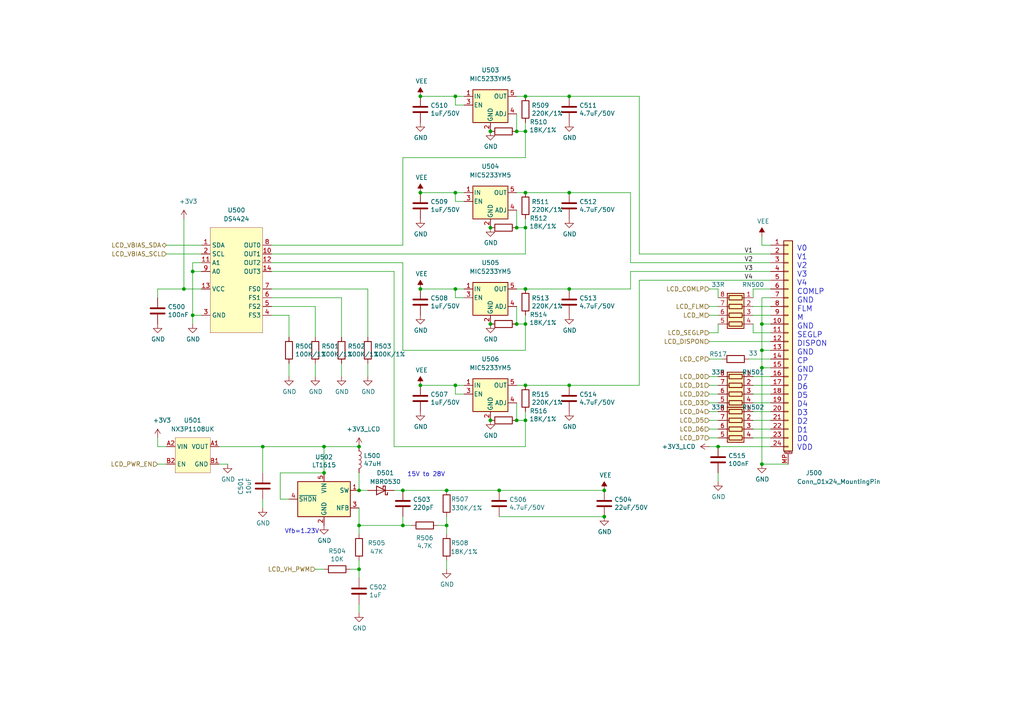
<source format=kicad_sch>
(kicad_sch (version 20210126) (generator eeschema)
  (paper "A4")
  (title_block (title "InuCal") (date "2020-06-30") (rev "R0.1") (company "Wenting Zhang") (comment 1 "zephray@outlook.com"))
  (lib_symbols
    (symbol "Connector_Generic_MountingPin:Conn_01x24_MountingPin" (pin_names (offset 1.016) hide)
      (property "Reference" "J" (at 0 30.48 0))
      (property "Value" "Conn_01x24_MountingPin" (at 1.27 -33.02 0))
      (symbol "Conn_01x24_MountingPin_1_1"
        (text "Mounting" (at 0 -32.131 0) (effects (font (size 0.381 0.381))))
        (rectangle (start -1.27 -27.813) (end 0 -28.067) (stroke (width 0.1524)))
        (rectangle (start -1.27 -30.353) (end 0 -30.607) (stroke (width 0.1524)))
        (rectangle (start -1.27 -4.953) (end 0 -5.207) (stroke (width 0.1524)))
        (rectangle (start -1.27 -7.493) (end 0 -7.747) (stroke (width 0.1524)))
        (rectangle (start -1.27 -10.033) (end 0 -10.287) (stroke (width 0.1524)))
        (rectangle (start -1.27 -12.573) (end 0 -12.827) (stroke (width 0.1524)))
        (rectangle (start -1.27 -15.113) (end 0 -15.367) (stroke (width 0.1524)))
        (rectangle (start -1.27 -17.653) (end 0 -17.907) (stroke (width 0.1524)))
        (rectangle (start -1.27 -20.193) (end 0 -20.447) (stroke (width 0.1524)))
        (rectangle (start -1.27 -22.733) (end 0 -22.987) (stroke (width 0.1524)))
        (rectangle (start -1.27 -2.413) (end 0 -2.667) (stroke (width 0.1524)))
        (rectangle (start -1.27 -25.273) (end 0 -25.527) (stroke (width 0.1524)))
        (rectangle (start -1.27 25.527) (end 0 25.273) (stroke (width 0.1524)))
        (rectangle (start -1.27 2.667) (end 0 2.413) (stroke (width 0.1524)))
        (rectangle (start -1.27 28.067) (end 0 27.813) (stroke (width 0.1524)))
        (rectangle (start -1.27 29.21) (end 1.27 -31.75) (stroke (width 0.254)) (fill (type background)))
        (rectangle (start -1.27 5.207) (end 0 4.953) (stroke (width 0.1524)))
        (rectangle (start -1.27 7.747) (end 0 7.493) (stroke (width 0.1524)))
        (rectangle (start -1.27 10.287) (end 0 10.033) (stroke (width 0.1524)))
        (rectangle (start -1.27 0.127) (end 0 -0.127) (stroke (width 0.1524)))
        (rectangle (start -1.27 12.827) (end 0 12.573) (stroke (width 0.1524)))
        (rectangle (start -1.27 15.367) (end 0 15.113) (stroke (width 0.1524)))
        (rectangle (start -1.27 17.907) (end 0 17.653) (stroke (width 0.1524)))
        (rectangle (start -1.27 20.447) (end 0 20.193) (stroke (width 0.1524)))
        (rectangle (start -1.27 22.987) (end 0 22.733) (stroke (width 0.1524)))
        (polyline (pts (xy -1.016 -32.512) (xy 1.016 -32.512)) (stroke (width 0.1524)))
        (pin passive line (at 0 -35.56 90) (length 3.048) (name "MountPin") (number "MP"))
        (pin passive line (at -5.08 27.94 0) (length 3.81) (name "Pin_1") (number "1"))
        (pin passive line (at -5.08 5.08 0) (length 3.81) (name "Pin_10") (number "10"))
        (pin passive line (at -5.08 2.54 0) (length 3.81) (name "Pin_11") (number "11"))
        (pin passive line (at -5.08 0 0) (length 3.81) (name "Pin_12") (number "12"))
        (pin passive line (at -5.08 -2.54 0) (length 3.81) (name "Pin_13") (number "13"))
        (pin passive line (at -5.08 -5.08 0) (length 3.81) (name "Pin_14") (number "14"))
        (pin passive line (at -5.08 -7.62 0) (length 3.81) (name "Pin_15") (number "15"))
        (pin passive line (at -5.08 -10.16 0) (length 3.81) (name "Pin_16") (number "16"))
        (pin passive line (at -5.08 -12.7 0) (length 3.81) (name "Pin_17") (number "17"))
        (pin passive line (at -5.08 -15.24 0) (length 3.81) (name "Pin_18") (number "18"))
        (pin passive line (at -5.08 -17.78 0) (length 3.81) (name "Pin_19") (number "19"))
        (pin passive line (at -5.08 25.4 0) (length 3.81) (name "Pin_2") (number "2"))
        (pin passive line (at -5.08 -20.32 0) (length 3.81) (name "Pin_20") (number "20"))
        (pin passive line (at -5.08 -22.86 0) (length 3.81) (name "Pin_21") (number "21"))
        (pin passive line (at -5.08 -25.4 0) (length 3.81) (name "Pin_22") (number "22"))
        (pin passive line (at -5.08 -27.94 0) (length 3.81) (name "Pin_23") (number "23"))
        (pin passive line (at -5.08 -30.48 0) (length 3.81) (name "Pin_24") (number "24"))
        (pin passive line (at -5.08 22.86 0) (length 3.81) (name "Pin_3") (number "3"))
        (pin passive line (at -5.08 20.32 0) (length 3.81) (name "Pin_4") (number "4"))
        (pin passive line (at -5.08 17.78 0) (length 3.81) (name "Pin_5") (number "5"))
        (pin passive line (at -5.08 15.24 0) (length 3.81) (name "Pin_6") (number "6"))
        (pin passive line (at -5.08 12.7 0) (length 3.81) (name "Pin_7") (number "7"))
        (pin passive line (at -5.08 10.16 0) (length 3.81) (name "Pin_8") (number "8"))
        (pin passive line (at -5.08 7.62 0) (length 3.81) (name "Pin_9") (number "9"))
      )
    )
    (symbol "Device:C" (pin_numbers hide) (pin_names (offset 0.254))
      (property "Reference" "C" (at 0.635 2.54 0))
      (property "Value" "C" (at 0.635 -2.54 0))
      (symbol "C_0_1"
        (polyline (pts (xy -2.032 -0.762) (xy 2.032 -0.762)) (stroke (width 0.508)))
        (polyline (pts (xy -2.032 0.762) (xy 2.032 0.762)) (stroke (width 0.508)))
      )
      (symbol "C_1_1"
        (pin passive line (at 0 3.81 270) (length 2.794) (name "~") (number "1"))
        (pin passive line (at 0 -3.81 90) (length 2.794) (name "~") (number "2"))
      )
    )
    (symbol "Device:D_Schottky" (pin_numbers hide) (pin_names (offset 1.016) hide)
      (property "Reference" "D" (at 0 2.54 0))
      (property "Value" "D_Schottky" (at 0 -2.54 0))
      (symbol "D_Schottky_0_1"
        (polyline (pts (xy 1.27 0) (xy -1.27 0)))
        (polyline (pts (xy 1.27 1.27) (xy 1.27 -1.27) (xy -1.27 0) (xy 1.27 1.27)) (stroke (width 0.254)))
        (polyline (pts (xy -1.905 0.635) (xy -1.905 1.27) (xy -1.27 1.27) (xy -1.27 -1.27) (xy -0.635 -1.27) (xy -0.635 -0.635)) (stroke (width 0.254)))
      )
      (symbol "D_Schottky_1_1"
        (pin passive line (at -3.81 0 0) (length 2.54) (name "K") (number "1"))
        (pin passive line (at 3.81 0 180) (length 2.54) (name "A") (number "2"))
      )
    )
    (symbol "Device:L" (pin_numbers hide) (pin_names (offset 1.016) hide)
      (property "Reference" "L" (at -1.27 0 90))
      (property "Value" "L" (at 1.905 0 90))
      (symbol "L_0_1"
        (arc (start 0 -2.54) (end 0 -1.27) (radius (at 0 -1.905) (length 0.635) (angles -89.9 89.9)))
        (arc (start 0 -1.27) (end 0 0) (radius (at 0 -0.635) (length 0.635) (angles -89.9 89.9)))
        (arc (start 0 0) (end 0 1.27) (radius (at 0 0.635) (length 0.635) (angles -89.9 89.9)))
        (arc (start 0 1.27) (end 0 2.54) (radius (at 0 1.905) (length 0.635) (angles -89.9 89.9)))
      )
      (symbol "L_1_1"
        (pin passive line (at 0 3.81 270) (length 1.27) (name "1") (number "1"))
        (pin passive line (at 0 -3.81 90) (length 1.27) (name "2") (number "2"))
      )
    )
    (symbol "Device:R" (pin_numbers hide) (pin_names (offset 0))
      (property "Reference" "R" (at 2.032 0 90))
      (property "Value" "R" (at 0 0 90))
      (symbol "R_0_1"
        (rectangle (start -1.016 -2.54) (end 1.016 2.54) (stroke (width 0.254)))
      )
      (symbol "R_1_1"
        (pin passive line (at 0 3.81 270) (length 1.27) (name "~") (number "1"))
        (pin passive line (at 0 -3.81 90) (length 1.27) (name "~") (number "2"))
      )
    )
    (symbol "Device:R_Pack04" (pin_names (offset 0) hide)
      (property "Reference" "RN" (at -7.62 0 90))
      (property "Value" "R_Pack04" (at 5.08 0 90))
      (symbol "R_Pack04_0_1"
        (rectangle (start -6.35 -2.413) (end 3.81 2.413) (stroke (width 0.254)) (fill (type background)))
        (rectangle (start -5.715 1.905) (end -4.445 -1.905) (stroke (width 0.254)))
        (rectangle (start -3.175 1.905) (end -1.905 -1.905) (stroke (width 0.254)))
        (rectangle (start -0.635 1.905) (end 0.635 -1.905) (stroke (width 0.254)))
        (rectangle (start 1.905 1.905) (end 3.175 -1.905) (stroke (width 0.254)))
        (polyline (pts (xy -5.08 -2.54) (xy -5.08 -1.905)))
        (polyline (pts (xy -5.08 1.905) (xy -5.08 2.54)))
        (polyline (pts (xy -2.54 -2.54) (xy -2.54 -1.905)))
        (polyline (pts (xy -2.54 1.905) (xy -2.54 2.54)))
        (polyline (pts (xy 0 -2.54) (xy 0 -1.905)))
        (polyline (pts (xy 0 1.905) (xy 0 2.54)))
        (polyline (pts (xy 2.54 -2.54) (xy 2.54 -1.905)))
        (polyline (pts (xy 2.54 1.905) (xy 2.54 2.54)))
      )
      (symbol "R_Pack04_1_1"
        (pin passive line (at -5.08 -5.08 90) (length 2.54) (name "R1.1") (number "1"))
        (pin passive line (at -2.54 -5.08 90) (length 2.54) (name "R2.1") (number "2"))
        (pin passive line (at 0 -5.08 90) (length 2.54) (name "R3.1") (number "3"))
        (pin passive line (at 2.54 -5.08 90) (length 2.54) (name "R4.1") (number "4"))
        (pin passive line (at 2.54 5.08 270) (length 2.54) (name "R4.2") (number "5"))
        (pin passive line (at 0 5.08 270) (length 2.54) (name "R3.2") (number "6"))
        (pin passive line (at -2.54 5.08 270) (length 2.54) (name "R2.2") (number "7"))
        (pin passive line (at -5.08 5.08 270) (length 2.54) (name "R1.2") (number "8"))
      )
    )
    (symbol "Regulator_Linear:MIC5205YM5" (pin_names (offset 0.254))
      (property "Reference" "U" (at -3.81 5.715 0))
      (property "Value" "MIC5205YM5" (at 0 5.715 0))
      (symbol "MIC5205YM5_0_1"
        (rectangle (start -5.08 4.445) (end 5.08 -5.08) (stroke (width 0.254)) (fill (type background)))
      )
      (symbol "MIC5205YM5_1_1"
        (pin power_in line (at -7.62 2.54 0) (length 2.54) (name "IN") (number "1"))
        (pin power_in line (at 0 -7.62 90) (length 2.54) (name "GND") (number "2"))
        (pin input line (at -7.62 0 0) (length 2.54) (name "EN") (number "3"))
        (pin input line (at 7.62 -2.54 180) (length 2.54) (name "ADJ") (number "4"))
        (pin power_out line (at 7.62 2.54 180) (length 2.54) (name "OUT") (number "5"))
      )
    )
    (symbol "power:+3V3" (power) (pin_names (offset 0))
      (property "Value" "+3V3" (at 0 3.556 0))
      (symbol "+3V3_0_1"
        (polyline (pts (xy -0.762 1.27) (xy 0 2.54)))
        (polyline (pts (xy 0 0) (xy 0 2.54)))
        (polyline (pts (xy 0 2.54) (xy 0.762 1.27)))
      )
      (symbol "+3V3_1_1"
        (pin power_in line (at 0 0 90) (length 0) hide (name "+3V3") (number "1"))
      )
    )
    (symbol "power:GND" (power) (pin_names (offset 0))
      (property "Value" "GND" (at 0 -3.81 0))
      (symbol "GND_0_1"
        (polyline (pts (xy 0 0) (xy 0 -1.27) (xy 1.27 -1.27) (xy 0 -2.54) (xy -1.27 -1.27) (xy 0 -1.27)))
      )
      (symbol "GND_1_1"
        (pin power_in line (at 0 0 270) (length 0) hide (name "GND") (number "1"))
      )
    )
    (symbol "power:VEE" (power) (pin_names (offset 0))
      (property "Value" "VEE" (at 0 3.81 0))
      (symbol "VEE_0_1"
        (polyline (pts (xy 0 0) (xy 0 2.54)))
        (polyline (pts (xy 0.762 1.27) (xy -0.762 1.27) (xy 0 2.54) (xy 0.762 1.27)) (fill (type outline)))
      )
      (symbol "VEE_1_1"
        (pin power_in line (at 0 0 90) (length 0) hide (name "VEE") (number "1"))
      )
    )
    (symbol "symbols:+3V3_LCD" (power) (pin_names (offset 0))
      (property "Value" "+3V3_LCD" (at 0 3.556 0))
      (symbol "+3V3_LCD_0_1"
        (polyline (pts (xy -0.762 1.27) (xy 0 2.54)))
        (polyline (pts (xy 0 0) (xy 0 2.54)))
        (polyline (pts (xy 0 2.54) (xy 0.762 1.27)))
      )
      (symbol "+3V3_LCD_1_1"
        (pin power_in line (at 0 0 90) (length 0) hide (name "+3V3_LCD") (number "1"))
      )
    )
    (symbol "symbols:DS4424"
      (property "Reference" "U" (at 0 0 0))
      (property "Value" "DS4424" (at 0 -2.54 0))
      (symbol "DS4424_0_1"
        (rectangle (start -7.62 -5.08) (end 7.62 -35.56) (stroke (width 0.001)) (fill (type background)))
      )
      (symbol "DS4424_1_1"
        (pin input line (at -10.16 -10.16 0) (length 2.54) (name "SDA") (number "1"))
        (pin input line (at -10.16 -12.7 0) (length 2.54) (name "SCL") (number "2"))
        (pin input line (at -10.16 -15.24 0) (length 2.54) (name "A1") (number "11"))
        (pin input line (at -10.16 -17.78 0) (length 2.54) (name "A0") (number "9"))
        (pin power_in line (at -10.16 -30.48 0) (length 2.54) (name "GND") (number "3"))
        (pin power_in line (at -10.16 -22.86 0) (length 2.54) (name "VCC") (number "13"))
        (pin bidirectional line (at 10.16 -10.16 180) (length 2.54) (name "OUT0") (number "8"))
        (pin bidirectional line (at 10.16 -12.7 180) (length 2.54) (name "OUT1") (number "10"))
        (pin bidirectional line (at 10.16 -15.24 180) (length 2.54) (name "OUT2") (number "12"))
        (pin bidirectional line (at 10.16 -17.78 180) (length 2.54) (name "OUT3") (number "14"))
        (pin input line (at 10.16 -22.86 180) (length 2.54) (name "FS0") (number "7"))
        (pin input line (at 10.16 -25.4 180) (length 2.54) (name "FS1") (number "6"))
        (pin input line (at 10.16 -27.94 180) (length 2.54) (name "FS2") (number "5"))
        (pin input line (at 10.16 -30.48 180) (length 2.54) (name "FS3") (number "4"))
      )
    )
    (symbol "symbols:LT1615" (pin_names (offset 0.254))
      (property "Reference" "U" (at -6.35 6.35 0))
      (property "Value" "LT1615" (at 1.27 6.35 0))
      (symbol "LT1615_0_1"
        (rectangle (start -7.62 5.08) (end 7.62 -5.08) (stroke (width 0.254)) (fill (type background)))
      )
      (symbol "LT1615_1_1"
        (pin output line (at 10.16 2.54 180) (length 2.54) (name "SW") (number "1"))
        (pin power_in line (at 0 -7.62 90) (length 2.54) (name "GND") (number "2"))
        (pin input line (at 10.16 -2.54 180) (length 2.54) (name "NFB") (number "3"))
        (pin input line (at -10.16 0 0) (length 2.54) (name "~SHDN") (number "4"))
        (pin power_in line (at 0 7.62 270) (length 2.54) (name "VIN") (number "5"))
      )
    )
    (symbol "symbols:NX3P1108UK"
      (property "Reference" "U" (at 0 0 0))
      (property "Value" "NX3P1108UK" (at 0 -2.54 0))
      (symbol "NX3P1108UK_0_1"
        (rectangle (start -5.08 -5.08) (end 5.08 -15.24) (stroke (width 0.001)) (fill (type background)))
      )
      (symbol "NX3P1108UK_1_1"
        (pin power_out line (at 7.62 -7.62 180) (length 2.54) (name "VOUT") (number "A1"))
        (pin power_in line (at -7.62 -7.62 0) (length 2.54) (name "VIN") (number "A2"))
        (pin power_in line (at 7.62 -12.7 180) (length 2.54) (name "GND") (number "B1"))
        (pin input line (at -7.62 -12.7 0) (length 2.54) (name "EN") (number "B2"))
      )
    )
  )
  (junction (at 53.34 83.82) (diameter 0.9144))
  (junction (at 55.88 78.74) (diameter 0.9144))
  (junction (at 55.88 91.44) (diameter 0.9144))
  (junction (at 76.2 129.54) (diameter 0.9144))
  (junction (at 93.98 129.54) (diameter 0.9144))
  (junction (at 93.98 137.16) (diameter 0.9144))
  (junction (at 104.14 129.54) (diameter 0.9144))
  (junction (at 104.14 142.24) (diameter 0.9144))
  (junction (at 104.14 152.4) (diameter 0.9144))
  (junction (at 104.14 165.1) (diameter 0.9144))
  (junction (at 116.84 142.24) (diameter 0.9144))
  (junction (at 116.84 152.4) (diameter 0.9144))
  (junction (at 121.92 27.94) (diameter 0.9144))
  (junction (at 121.92 55.88) (diameter 0.9144))
  (junction (at 121.92 83.82) (diameter 0.9144))
  (junction (at 121.92 111.76) (diameter 0.9144))
  (junction (at 129.54 142.24) (diameter 0.9144))
  (junction (at 129.54 152.4) (diameter 0.9144))
  (junction (at 132.08 27.94) (diameter 0.9144))
  (junction (at 132.08 55.88) (diameter 0.9144))
  (junction (at 132.08 83.82) (diameter 0.9144))
  (junction (at 132.08 111.76) (diameter 0.9144))
  (junction (at 142.24 38.1) (diameter 0.9144))
  (junction (at 142.24 66.04) (diameter 0.9144))
  (junction (at 142.24 93.98) (diameter 0.9144))
  (junction (at 142.24 121.92) (diameter 0.9144))
  (junction (at 144.78 142.24) (diameter 0.9144))
  (junction (at 149.86 38.1) (diameter 0.9144))
  (junction (at 149.86 66.04) (diameter 0.9144))
  (junction (at 149.86 93.98) (diameter 0.9144))
  (junction (at 149.86 121.92) (diameter 0.9144))
  (junction (at 152.4 27.94) (diameter 0.9144))
  (junction (at 152.4 38.1) (diameter 0.9144))
  (junction (at 152.4 55.88) (diameter 0.9144))
  (junction (at 152.4 66.04) (diameter 0.9144))
  (junction (at 152.4 83.82) (diameter 0.9144))
  (junction (at 152.4 93.98) (diameter 0.9144))
  (junction (at 152.4 111.76) (diameter 0.9144))
  (junction (at 152.4 121.92) (diameter 0.9144))
  (junction (at 165.1 27.94) (diameter 0.9144))
  (junction (at 165.1 55.88) (diameter 0.9144))
  (junction (at 165.1 83.82) (diameter 0.9144))
  (junction (at 165.1 111.76) (diameter 0.9144))
  (junction (at 175.26 142.24) (diameter 0.9144))
  (junction (at 175.26 149.86) (diameter 0.9144))
  (junction (at 208.28 129.54) (diameter 0.9144))
  (junction (at 220.98 93.98) (diameter 0.9144))
  (junction (at 220.98 101.6) (diameter 0.9144))
  (junction (at 220.98 106.68) (diameter 0.9144))
  (junction (at 220.98 134.62) (diameter 0.9144))
  (wire (pts (xy 45.72 83.82) (xy 53.34 83.82)))
  (wire (pts (xy 45.72 86.36) (xy 45.72 83.82)))
  (wire (pts (xy 45.72 127) (xy 45.72 129.54)))
  (wire (pts (xy 45.72 129.54) (xy 48.26 129.54)))
  (wire (pts (xy 45.72 134.62) (xy 48.26 134.62)))
  (wire (pts (xy 48.26 71.12) (xy 58.42 71.12)))
  (wire (pts (xy 48.26 73.66) (xy 58.42 73.66)))
  (wire (pts (xy 53.34 63.5) (xy 53.34 83.82)))
  (wire (pts (xy 55.88 76.2) (xy 55.88 78.74)))
  (wire (pts (xy 55.88 78.74) (xy 55.88 91.44)))
  (wire (pts (xy 55.88 78.74) (xy 58.42 78.74)))
  (wire (pts (xy 55.88 91.44) (xy 55.88 93.98)))
  (wire (pts (xy 58.42 76.2) (xy 55.88 76.2)))
  (wire (pts (xy 58.42 83.82) (xy 53.34 83.82)))
  (wire (pts (xy 58.42 91.44) (xy 55.88 91.44)))
  (wire (pts (xy 63.5 129.54) (xy 76.2 129.54)))
  (wire (pts (xy 63.5 134.62) (xy 66.04 134.62)))
  (wire (pts (xy 76.2 129.54) (xy 76.2 137.16)))
  (wire (pts (xy 76.2 129.54) (xy 93.98 129.54)))
  (wire (pts (xy 76.2 144.78) (xy 76.2 147.32)))
  (wire (pts (xy 78.74 71.12) (xy 116.84 71.12)))
  (wire (pts (xy 78.74 73.66) (xy 152.4 73.66)))
  (wire (pts (xy 78.74 76.2) (xy 116.84 76.2)))
  (wire (pts (xy 78.74 78.74) (xy 114.3 78.74)))
  (wire (pts (xy 78.74 83.82) (xy 106.68 83.82)))
  (wire (pts (xy 78.74 86.36) (xy 99.06 86.36)))
  (wire (pts (xy 78.74 88.9) (xy 91.44 88.9)))
  (wire (pts (xy 78.74 91.44) (xy 83.82 91.44)))
  (wire (pts (xy 81.28 137.16) (xy 93.98 137.16)))
  (wire (pts (xy 81.28 144.78) (xy 81.28 137.16)))
  (wire (pts (xy 83.82 91.44) (xy 83.82 97.79)))
  (wire (pts (xy 83.82 105.41) (xy 83.82 109.22)))
  (wire (pts (xy 83.82 144.78) (xy 81.28 144.78)))
  (wire (pts (xy 91.44 88.9) (xy 91.44 97.79)))
  (wire (pts (xy 91.44 105.41) (xy 91.44 109.22)))
  (wire (pts (xy 91.44 165.1) (xy 93.98 165.1)))
  (wire (pts (xy 93.98 129.54) (xy 104.14 129.54)))
  (wire (pts (xy 93.98 137.16) (xy 93.98 129.54)))
  (wire (pts (xy 99.06 86.36) (xy 99.06 97.79)))
  (wire (pts (xy 99.06 105.41) (xy 99.06 109.22)))
  (wire (pts (xy 101.6 165.1) (xy 104.14 165.1)))
  (wire (pts (xy 104.14 137.16) (xy 104.14 142.24)))
  (wire (pts (xy 104.14 147.32) (xy 104.14 152.4)))
  (wire (pts (xy 104.14 152.4) (xy 104.14 154.94)))
  (wire (pts (xy 104.14 152.4) (xy 116.84 152.4)))
  (wire (pts (xy 104.14 162.56) (xy 104.14 165.1)))
  (wire (pts (xy 104.14 165.1) (xy 104.14 167.64)))
  (wire (pts (xy 104.14 175.26) (xy 104.14 177.8)))
  (wire (pts (xy 106.68 83.82) (xy 106.68 97.79)))
  (wire (pts (xy 106.68 105.41) (xy 106.68 109.22)))
  (wire (pts (xy 106.68 142.24) (xy 104.14 142.24)))
  (wire (pts (xy 114.3 129.54) (xy 114.3 78.74)))
  (wire (pts (xy 114.3 142.24) (xy 116.84 142.24)))
  (wire (pts (xy 116.84 45.72) (xy 116.84 71.12)))
  (wire (pts (xy 116.84 101.6) (xy 116.84 76.2)))
  (wire (pts (xy 116.84 142.24) (xy 129.54 142.24)))
  (wire (pts (xy 116.84 149.86) (xy 116.84 152.4)))
  (wire (pts (xy 116.84 152.4) (xy 119.38 152.4)))
  (wire (pts (xy 121.92 27.94) (xy 132.08 27.94)))
  (wire (pts (xy 121.92 55.88) (xy 132.08 55.88)))
  (wire (pts (xy 121.92 83.82) (xy 132.08 83.82)))
  (wire (pts (xy 121.92 111.76) (xy 132.08 111.76)))
  (wire (pts (xy 127 152.4) (xy 129.54 152.4)))
  (wire (pts (xy 129.54 142.24) (xy 144.78 142.24)))
  (wire (pts (xy 129.54 149.86) (xy 129.54 152.4)))
  (wire (pts (xy 129.54 152.4) (xy 129.54 154.94)))
  (wire (pts (xy 129.54 162.56) (xy 129.54 165.1)))
  (wire (pts (xy 132.08 27.94) (xy 134.62 27.94)))
  (wire (pts (xy 132.08 30.48) (xy 132.08 27.94)))
  (wire (pts (xy 132.08 55.88) (xy 134.62 55.88)))
  (wire (pts (xy 132.08 58.42) (xy 132.08 55.88)))
  (wire (pts (xy 132.08 83.82) (xy 134.62 83.82)))
  (wire (pts (xy 132.08 86.36) (xy 132.08 83.82)))
  (wire (pts (xy 132.08 111.76) (xy 134.62 111.76)))
  (wire (pts (xy 132.08 114.3) (xy 132.08 111.76)))
  (wire (pts (xy 134.62 30.48) (xy 132.08 30.48)))
  (wire (pts (xy 134.62 58.42) (xy 132.08 58.42)))
  (wire (pts (xy 134.62 86.36) (xy 132.08 86.36)))
  (wire (pts (xy 134.62 114.3) (xy 132.08 114.3)))
  (wire (pts (xy 144.78 142.24) (xy 175.26 142.24)))
  (wire (pts (xy 144.78 149.86) (xy 175.26 149.86)))
  (wire (pts (xy 149.86 27.94) (xy 152.4 27.94)))
  (wire (pts (xy 149.86 33.02) (xy 149.86 38.1)))
  (wire (pts (xy 149.86 38.1) (xy 152.4 38.1)))
  (wire (pts (xy 149.86 55.88) (xy 152.4 55.88)))
  (wire (pts (xy 149.86 60.96) (xy 149.86 66.04)))
  (wire (pts (xy 149.86 66.04) (xy 152.4 66.04)))
  (wire (pts (xy 149.86 83.82) (xy 152.4 83.82)))
  (wire (pts (xy 149.86 88.9) (xy 149.86 93.98)))
  (wire (pts (xy 149.86 93.98) (xy 152.4 93.98)))
  (wire (pts (xy 149.86 111.76) (xy 152.4 111.76)))
  (wire (pts (xy 149.86 116.84) (xy 149.86 121.92)))
  (wire (pts (xy 149.86 121.92) (xy 152.4 121.92)))
  (wire (pts (xy 152.4 27.94) (xy 165.1 27.94)))
  (wire (pts (xy 152.4 38.1) (xy 152.4 35.56)))
  (wire (pts (xy 152.4 38.1) (xy 152.4 45.72)))
  (wire (pts (xy 152.4 45.72) (xy 116.84 45.72)))
  (wire (pts (xy 152.4 55.88) (xy 165.1 55.88)))
  (wire (pts (xy 152.4 66.04) (xy 152.4 63.5)))
  (wire (pts (xy 152.4 73.66) (xy 152.4 66.04)))
  (wire (pts (xy 152.4 83.82) (xy 165.1 83.82)))
  (wire (pts (xy 152.4 93.98) (xy 152.4 91.44)))
  (wire (pts (xy 152.4 93.98) (xy 152.4 101.6)))
  (wire (pts (xy 152.4 101.6) (xy 116.84 101.6)))
  (wire (pts (xy 152.4 111.76) (xy 165.1 111.76)))
  (wire (pts (xy 152.4 121.92) (xy 152.4 119.38)))
  (wire (pts (xy 152.4 121.92) (xy 152.4 129.54)))
  (wire (pts (xy 152.4 129.54) (xy 114.3 129.54)))
  (wire (pts (xy 165.1 27.94) (xy 185.42 27.94)))
  (wire (pts (xy 165.1 55.88) (xy 182.88 55.88)))
  (wire (pts (xy 165.1 83.82) (xy 182.88 83.82)))
  (wire (pts (xy 165.1 111.76) (xy 185.42 111.76)))
  (wire (pts (xy 182.88 55.88) (xy 182.88 76.2)))
  (wire (pts (xy 182.88 76.2) (xy 223.52 76.2)))
  (wire (pts (xy 182.88 78.74) (xy 223.52 78.74)))
  (wire (pts (xy 182.88 83.82) (xy 182.88 78.74)))
  (wire (pts (xy 185.42 27.94) (xy 185.42 73.66)))
  (wire (pts (xy 185.42 73.66) (xy 223.52 73.66)))
  (wire (pts (xy 185.42 81.28) (xy 223.52 81.28)))
  (wire (pts (xy 185.42 111.76) (xy 185.42 81.28)))
  (wire (pts (xy 205.74 88.9) (xy 208.28 88.9)))
  (wire (pts (xy 205.74 91.44) (xy 208.28 91.44)))
  (wire (pts (xy 205.74 96.52) (xy 208.28 96.52)))
  (wire (pts (xy 205.74 99.06) (xy 223.52 99.06)))
  (wire (pts (xy 205.74 104.14) (xy 209.55 104.14)))
  (wire (pts (xy 205.74 109.22) (xy 208.28 109.22)))
  (wire (pts (xy 205.74 111.76) (xy 208.28 111.76)))
  (wire (pts (xy 205.74 114.3) (xy 208.28 114.3)))
  (wire (pts (xy 205.74 116.84) (xy 208.28 116.84)))
  (wire (pts (xy 205.74 119.38) (xy 208.28 119.38)))
  (wire (pts (xy 205.74 121.92) (xy 208.28 121.92)))
  (wire (pts (xy 205.74 124.46) (xy 208.28 124.46)))
  (wire (pts (xy 205.74 127) (xy 208.28 127)))
  (wire (pts (xy 205.74 129.54) (xy 208.28 129.54)))
  (wire (pts (xy 208.28 83.82) (xy 205.74 83.82)))
  (wire (pts (xy 208.28 86.36) (xy 208.28 83.82)))
  (wire (pts (xy 208.28 96.52) (xy 208.28 93.98)))
  (wire (pts (xy 208.28 129.54) (xy 223.52 129.54)))
  (wire (pts (xy 208.28 137.16) (xy 208.28 139.7)))
  (wire (pts (xy 217.17 104.14) (xy 223.52 104.14)))
  (wire (pts (xy 218.44 83.82) (xy 218.44 86.36)))
  (wire (pts (xy 218.44 88.9) (xy 223.52 88.9)))
  (wire (pts (xy 218.44 91.44) (xy 223.52 91.44)))
  (wire (pts (xy 218.44 93.98) (xy 218.44 96.52)))
  (wire (pts (xy 218.44 96.52) (xy 223.52 96.52)))
  (wire (pts (xy 218.44 109.22) (xy 223.52 109.22)))
  (wire (pts (xy 218.44 111.76) (xy 223.52 111.76)))
  (wire (pts (xy 218.44 114.3) (xy 223.52 114.3)))
  (wire (pts (xy 218.44 116.84) (xy 223.52 116.84)))
  (wire (pts (xy 218.44 119.38) (xy 223.52 119.38)))
  (wire (pts (xy 218.44 121.92) (xy 223.52 121.92)))
  (wire (pts (xy 218.44 124.46) (xy 223.52 124.46)))
  (wire (pts (xy 218.44 127) (xy 223.52 127)))
  (wire (pts (xy 220.98 68.58) (xy 220.98 71.12)))
  (wire (pts (xy 220.98 71.12) (xy 223.52 71.12)))
  (wire (pts (xy 220.98 86.36) (xy 220.98 93.98)))
  (wire (pts (xy 220.98 93.98) (xy 220.98 101.6)))
  (wire (pts (xy 220.98 93.98) (xy 223.52 93.98)))
  (wire (pts (xy 220.98 101.6) (xy 220.98 106.68)))
  (wire (pts (xy 220.98 101.6) (xy 223.52 101.6)))
  (wire (pts (xy 220.98 106.68) (xy 220.98 134.62)))
  (wire (pts (xy 220.98 106.68) (xy 223.52 106.68)))
  (wire (pts (xy 220.98 134.62) (xy 228.6 134.62)))
  (wire (pts (xy 223.52 83.82) (xy 218.44 83.82)))
  (wire (pts (xy 223.52 86.36) (xy 220.98 86.36)))
  (text "Vfb=1.23V" (at 82.55 154.94 0) (effects (font (size 1.27 1.27)) (justify left bottom)))
  (text "15V to 28V" (at 118.11 138.43 0) (effects (font (size 1.27 1.27)) (justify left bottom)))
  (text "V0\nV1\nV2\nV3\nV4\nCOMLP\nGND\nFLM\nM\nGND\nSEGLP\nDISPON\nGND\nCP\nGND\nD7\nD6\nD5\nD4\nD3\nD2\nD1\nD0\nVDD\n" (at 231.14 130.81 0) (effects (font (size 1.56 1.56)) (justify left bottom)))
  (label "V1" (at 215.9 73.66 0))
  (label "V2" (at 215.9 76.2 0))
  (label "V3" (at 215.9 78.74 0))
  (label "V4" (at 215.9 81.28 0))
  (hierarchical_label "LCD_PWR_EN" (shape input) (at 45.72 134.62 180))
  (hierarchical_label "LCD_VBIAS_SDA" (shape bidirectional) (at 48.26 71.12 180))
  (hierarchical_label "LCD_VBIAS_SCL" (shape input) (at 48.26 73.66 180))
  (hierarchical_label "LCD_VH_PWM" (shape input) (at 91.44 165.1 180))
  (hierarchical_label "LCD_COMLP" (shape input) (at 205.74 83.82 180))
  (hierarchical_label "LCD_FLM" (shape input) (at 205.74 88.9 180))
  (hierarchical_label "LCD_M" (shape input) (at 205.74 91.44 180))
  (hierarchical_label "LCD_SEGLP" (shape input) (at 205.74 96.52 180))
  (hierarchical_label "LCD_DISPON" (shape input) (at 205.74 99.06 180))
  (hierarchical_label "LCD_CP" (shape input) (at 205.74 104.14 180))
  (hierarchical_label "LCD_D0" (shape input) (at 205.74 109.22 180))
  (hierarchical_label "LCD_D1" (shape input) (at 205.74 111.76 180))
  (hierarchical_label "LCD_D2" (shape input) (at 205.74 114.3 180))
  (hierarchical_label "LCD_D3" (shape input) (at 205.74 116.84 180))
  (hierarchical_label "LCD_D4" (shape input) (at 205.74 119.38 180))
  (hierarchical_label "LCD_D5" (shape input) (at 205.74 121.92 180))
  (hierarchical_label "LCD_D6" (shape input) (at 205.74 124.46 180))
  (hierarchical_label "LCD_D7" (shape input) (at 205.74 127 180))
  (symbol (lib_id "power:+3V3") (at 45.72 127 0) (unit 1)
    (property "Reference" "#PWR045" (effects hide))
    (property "Value" "+3V3" (at 46.99 121.92 0))
  )
  (symbol (lib_id "power:+3V3") (at 53.34 63.5 0) (unit 1)
    (property "Reference" "#PWR046" (effects hide))
    (property "Value" "+3V3" (at 54.61 58.42 0))
  )
  (symbol (lib_id "symbols:+3V3_LCD") (at 104.14 129.54 0) (unit 1)
    (property "Reference" "#PWR052" (effects hide))
    (property "Value" "+3V3_LCD" (at 105.41 124.46 0))
  )
  (symbol (lib_id "power:VEE") (at 121.92 27.94 0) (unit 1)
    (property "Reference" "#PWR055" (effects hide))
    (property "Value" "VEE" (at 122.301 23.5458 0))
  )
  (symbol (lib_id "power:VEE") (at 121.92 55.88 0) (unit 1)
    (property "Reference" "#PWR057" (effects hide))
    (property "Value" "VEE" (at 122.301 51.4858 0))
  )
  (symbol (lib_id "power:VEE") (at 121.92 83.82 0) (unit 1)
    (property "Reference" "#PWR059" (effects hide))
    (property "Value" "VEE" (at 122.301 79.4258 0))
  )
  (symbol (lib_id "power:VEE") (at 121.92 111.76 0) (unit 1)
    (property "Reference" "#PWR061" (effects hide))
    (property "Value" "VEE" (at 122.301 107.3658 0))
  )
  (symbol (lib_id "power:VEE") (at 175.26 142.24 0) (unit 1)
    (property "Reference" "#PWR071" (effects hide))
    (property "Value" "VEE" (at 175.641 137.8458 0))
  )
  (symbol (lib_id "symbols:+3V3_LCD") (at 205.74 129.54 90) (unit 1)
    (property "Reference" "#PWR072" (effects hide))
    (property "Value" "+3V3_LCD" (at 196.85 129.54 90))
  )
  (symbol (lib_id "power:VEE") (at 220.98 68.58 0) (unit 1)
    (property "Reference" "#PWR074" (effects hide))
    (property "Value" "VEE" (at 221.361 64.1858 0))
  )
  (symbol (lib_id "Device:L") (at 104.14 133.35 0) (unit 1)
    (property "Reference" "L500" (at 105.4862 132.1816 0) (effects (justify left)))
    (property "Value" "47uH" (at 105.4862 134.493 0) (effects (justify left)))
    (property "Footprint" "Inductor_SMD:L_Vishay_IHLP-1212" (effects hide))
  )
  (symbol (lib_id "power:GND") (at 45.72 93.98 0) (unit 1)
    (property "Reference" "#PWR044" (effects hide))
    (property "Value" "GND" (at 45.847 98.3742 0))
  )
  (symbol (lib_id "power:GND") (at 55.88 93.98 0) (unit 1)
    (property "Reference" "#PWR047" (effects hide))
    (property "Value" "GND" (at 56.007 98.3742 0))
  )
  (symbol (lib_id "power:GND") (at 66.04 134.62 0) (unit 1)
    (property "Reference" "#PWR048" (effects hide))
    (property "Value" "GND" (at 66.167 139.0142 0))
  )
  (symbol (lib_id "power:GND") (at 76.2 147.32 0) (unit 1)
    (property "Reference" "#PWR0238" (effects hide))
    (property "Value" "GND" (at 76.327 151.7142 0))
  )
  (symbol (lib_id "power:GND") (at 83.82 109.22 0) (unit 1)
    (property "Reference" "#PWR049" (effects hide))
    (property "Value" "GND" (at 83.947 113.6142 0))
  )
  (symbol (lib_id "power:GND") (at 91.44 109.22 0) (unit 1)
    (property "Reference" "#PWR050" (effects hide))
    (property "Value" "GND" (at 91.567 113.6142 0))
  )
  (symbol (lib_id "power:GND") (at 93.98 152.4 0) (unit 1)
    (property "Reference" "#PWR0246" (effects hide))
    (property "Value" "GND" (at 94.107 156.7942 0))
  )
  (symbol (lib_id "power:GND") (at 99.06 109.22 0) (unit 1)
    (property "Reference" "#PWR051" (effects hide))
    (property "Value" "GND" (at 99.187 113.6142 0))
  )
  (symbol (lib_id "power:GND") (at 104.14 177.8 0) (unit 1)
    (property "Reference" "#PWR053" (effects hide))
    (property "Value" "GND" (at 104.267 182.1942 0))
  )
  (symbol (lib_id "power:GND") (at 106.68 109.22 0) (unit 1)
    (property "Reference" "#PWR054" (effects hide))
    (property "Value" "GND" (at 106.807 113.6142 0))
  )
  (symbol (lib_id "power:GND") (at 121.92 35.56 0) (unit 1)
    (property "Reference" "#PWR056" (effects hide))
    (property "Value" "GND" (at 122.047 39.9542 0))
  )
  (symbol (lib_id "power:GND") (at 121.92 63.5 0) (unit 1)
    (property "Reference" "#PWR058" (effects hide))
    (property "Value" "GND" (at 122.047 67.8942 0))
  )
  (symbol (lib_id "power:GND") (at 121.92 91.44 0) (unit 1)
    (property "Reference" "#PWR060" (effects hide))
    (property "Value" "GND" (at 122.047 95.8342 0))
  )
  (symbol (lib_id "power:GND") (at 121.92 119.38 0) (unit 1)
    (property "Reference" "#PWR062" (effects hide))
    (property "Value" "GND" (at 122.047 123.7742 0))
  )
  (symbol (lib_id "power:GND") (at 129.54 165.1 0) (unit 1)
    (property "Reference" "#PWR0239" (effects hide))
    (property "Value" "GND" (at 129.667 169.4942 0))
  )
  (symbol (lib_id "power:GND") (at 142.24 38.1 0) (unit 1)
    (property "Reference" "#PWR063" (effects hide))
    (property "Value" "GND" (at 142.367 42.4942 0))
  )
  (symbol (lib_id "power:GND") (at 142.24 66.04 0) (unit 1)
    (property "Reference" "#PWR064" (effects hide))
    (property "Value" "GND" (at 142.367 70.4342 0))
  )
  (symbol (lib_id "power:GND") (at 142.24 93.98 0) (unit 1)
    (property "Reference" "#PWR065" (effects hide))
    (property "Value" "GND" (at 142.367 98.3742 0))
  )
  (symbol (lib_id "power:GND") (at 142.24 121.92 0) (unit 1)
    (property "Reference" "#PWR066" (effects hide))
    (property "Value" "GND" (at 142.367 126.3142 0))
  )
  (symbol (lib_id "power:GND") (at 165.1 35.56 0) (unit 1)
    (property "Reference" "#PWR067" (effects hide))
    (property "Value" "GND" (at 165.227 39.9542 0))
  )
  (symbol (lib_id "power:GND") (at 165.1 63.5 0) (unit 1)
    (property "Reference" "#PWR068" (effects hide))
    (property "Value" "GND" (at 165.227 67.8942 0))
  )
  (symbol (lib_id "power:GND") (at 165.1 91.44 0) (unit 1)
    (property "Reference" "#PWR069" (effects hide))
    (property "Value" "GND" (at 165.227 95.8342 0))
  )
  (symbol (lib_id "power:GND") (at 165.1 119.38 0) (unit 1)
    (property "Reference" "#PWR070" (effects hide))
    (property "Value" "GND" (at 165.227 123.7742 0))
  )
  (symbol (lib_id "power:GND") (at 175.26 149.86 0) (unit 1)
    (property "Reference" "#PWR0244" (effects hide))
    (property "Value" "GND" (at 175.387 154.2542 0))
  )
  (symbol (lib_id "power:GND") (at 208.28 139.7 0) (unit 1)
    (property "Reference" "#PWR073" (effects hide))
    (property "Value" "GND" (at 208.407 144.0942 0))
  )
  (symbol (lib_id "power:GND") (at 220.98 134.62 0) (unit 1)
    (property "Reference" "#PWR075" (effects hide))
    (property "Value" "GND" (at 221.107 139.0142 0))
  )
  (symbol (lib_id "Device:R") (at 83.82 101.6 0) (unit 1)
    (property "Reference" "R500" (at 85.598 100.432 0) (effects (justify left)))
    (property "Value" "100K/1%" (at 85.598 102.743 0) (effects (justify left)))
    (property "Footprint" "Resistor_SMD:R_0402_1005Metric" (effects hide))
  )
  (symbol (lib_id "Device:R") (at 91.44 101.6 0) (unit 1)
    (property "Reference" "R501" (at 93.218 100.432 0) (effects (justify left)))
    (property "Value" "100K/1%" (at 93.218 102.743 0) (effects (justify left)))
    (property "Footprint" "Resistor_SMD:R_0402_1005Metric" (effects hide))
  )
  (symbol (lib_id "Device:R") (at 97.79 165.1 270) (unit 1)
    (property "Reference" "R504" (at 97.79 159.842 90))
    (property "Value" "10K" (at 97.79 162.154 90))
    (property "Footprint" "Resistor_SMD:R_0402_1005Metric" (effects hide))
  )
  (symbol (lib_id "Device:R") (at 99.06 101.6 0) (unit 1)
    (property "Reference" "R502" (at 100.838 100.432 0) (effects (justify left)))
    (property "Value" "100K/1%" (at 100.838 102.743 0) (effects (justify left)))
    (property "Footprint" "Resistor_SMD:R_0402_1005Metric" (effects hide))
  )
  (symbol (lib_id "Device:R") (at 104.14 158.75 0) (unit 1)
    (property "Reference" "R505" (at 109.22 157.48 0))
    (property "Value" "47K" (at 109.22 160.02 0))
    (property "Footprint" "Resistor_SMD:R_0402_1005Metric" (effects hide))
  )
  (symbol (lib_id "Device:R") (at 106.68 101.6 0) (unit 1)
    (property "Reference" "R503" (at 108.458 100.432 0) (effects (justify left)))
    (property "Value" "100K/1%" (at 108.458 102.743 0) (effects (justify left)))
    (property "Footprint" "Resistor_SMD:R_0402_1005Metric" (effects hide))
  )
  (symbol (lib_id "Device:R") (at 123.19 152.4 270) (unit 1)
    (property "Reference" "R506" (at 123.19 156.032 90))
    (property "Value" "4.7K" (at 123.19 158.344 90))
    (property "Footprint" "Resistor_SMD:R_0402_1005Metric" (effects hide))
  )
  (symbol (lib_id "Device:R") (at 129.54 146.05 180) (unit 1)
    (property "Reference" "R507" (at 130.81 144.78 0) (effects (justify right)))
    (property "Value" "330K/1%" (at 130.81 147.32 0) (effects (justify right)))
    (property "Footprint" "Resistor_SMD:R_0402_1005Metric" (effects hide))
  )
  (symbol (lib_id "Device:R") (at 129.54 158.75 0) (unit 1)
    (property "Reference" "R508" (at 133.35 157.48 0))
    (property "Value" "18K/1%" (at 134.62 160.02 0))
    (property "Footprint" "Resistor_SMD:R_0402_1005Metric" (effects hide))
  )
  (symbol (lib_id "Device:R") (at 146.05 38.1 270) (unit 1)
    (property "Reference" "R510" (at 156.21 35.382 90))
    (property "Value" "18K/1%" (at 157.48 37.694 90))
    (property "Footprint" "Resistor_SMD:R_0402_1005Metric" (effects hide))
  )
  (symbol (lib_id "Device:R") (at 146.05 66.04 270) (unit 1)
    (property "Reference" "R512" (at 156.21 63.322 90))
    (property "Value" "18K/1%" (at 157.48 65.634 90))
    (property "Footprint" "Resistor_SMD:R_0402_1005Metric" (effects hide))
  )
  (symbol (lib_id "Device:R") (at 146.05 93.98 270) (unit 1)
    (property "Reference" "R514" (at 156.21 91.262 90))
    (property "Value" "18K/1%" (at 157.48 93.574 90))
    (property "Footprint" "Resistor_SMD:R_0402_1005Metric" (effects hide))
  )
  (symbol (lib_id "Device:R") (at 146.05 121.92 270) (unit 1)
    (property "Reference" "R516" (at 156.21 119.202 90))
    (property "Value" "18K/1%" (at 157.48 121.514 90))
    (property "Footprint" "Resistor_SMD:R_0402_1005Metric" (effects hide))
  )
  (symbol (lib_id "Device:R") (at 152.4 31.75 0) (unit 1)
    (property "Reference" "R509" (at 154.178 30.582 0) (effects (justify left)))
    (property "Value" "220K/1%" (at 154.178 32.893 0) (effects (justify left)))
    (property "Footprint" "Resistor_SMD:R_0402_1005Metric" (effects hide))
  )
  (symbol (lib_id "Device:R") (at 152.4 59.69 0) (unit 1)
    (property "Reference" "R511" (at 154.178 58.522 0) (effects (justify left)))
    (property "Value" "220K/1%" (at 154.178 60.833 0) (effects (justify left)))
    (property "Footprint" "Resistor_SMD:R_0402_1005Metric" (effects hide))
  )
  (symbol (lib_id "Device:R") (at 152.4 87.63 0) (unit 1)
    (property "Reference" "R513" (at 154.178 86.462 0) (effects (justify left)))
    (property "Value" "220K/1%" (at 154.178 88.773 0) (effects (justify left)))
    (property "Footprint" "Resistor_SMD:R_0402_1005Metric" (effects hide))
  )
  (symbol (lib_id "Device:R") (at 152.4 115.57 0) (unit 1)
    (property "Reference" "R515" (at 154.178 114.402 0) (effects (justify left)))
    (property "Value" "220K/1%" (at 154.178 116.713 0) (effects (justify left)))
    (property "Footprint" "Resistor_SMD:R_0402_1005Metric" (effects hide))
  )
  (symbol (lib_id "Device:R") (at 213.36 104.14 270) (unit 1)
    (property "Reference" "R517" (at 208.28 102.692 90))
    (property "Value" "33" (at 218.44 102.4636 90))
    (property "Footprint" "Resistor_SMD:R_0402_1005Metric" (effects hide))
  )
  (symbol (lib_id "Device:D_Schottky") (at 110.49 142.24 180) (unit 1)
    (property "Reference" "D501" (at 111.76 137.16 0))
    (property "Value" "MBR0530" (at 111.76 139.7 0))
    (property "Footprint" "Diode_SMD:D_SOD-123" (effects hide))
  )
  (symbol (lib_id "Device:C") (at 45.72 90.17 180) (unit 1)
    (property "Reference" "C500" (at 48.641 89.002 0) (effects (justify right)))
    (property "Value" "100nF" (at 48.641 91.313 0) (effects (justify right)))
    (property "Footprint" "Capacitor_SMD:C_0402_1005Metric" (effects hide))
  )
  (symbol (lib_id "Device:C") (at 76.2 140.97 0) (unit 1)
    (property "Reference" "C501" (at 69.799 140.97 90))
    (property "Value" "10uF" (at 72.1106 140.97 90))
    (property "Footprint" "Capacitor_SMD:C_0603_1608Metric" (effects hide))
  )
  (symbol (lib_id "Device:C") (at 104.14 171.45 180) (unit 1)
    (property "Reference" "C502" (at 107.061 170.282 0) (effects (justify right)))
    (property "Value" "1uF" (at 107.061 172.593 0) (effects (justify right)))
    (property "Footprint" "Capacitor_SMD:C_0402_1005Metric" (effects hide))
  )
  (symbol (lib_id "Device:C") (at 116.84 146.05 180) (unit 1)
    (property "Reference" "C503" (at 119.761 144.882 0) (effects (justify right)))
    (property "Value" "220pF" (at 119.761 147.193 0) (effects (justify right)))
    (property "Footprint" "Capacitor_SMD:C_0603_1608Metric" (effects hide))
  )
  (symbol (lib_id "Device:C") (at 121.92 31.75 180) (unit 1)
    (property "Reference" "C510" (at 124.841 30.582 0) (effects (justify right)))
    (property "Value" "1uF/50V" (at 124.841 32.893 0) (effects (justify right)))
    (property "Footprint" "Capacitor_SMD:C_0805_2012Metric" (effects hide))
  )
  (symbol (lib_id "Device:C") (at 121.92 59.69 180) (unit 1)
    (property "Reference" "C509" (at 124.841 58.522 0) (effects (justify right)))
    (property "Value" "1uF/50V" (at 124.841 60.833 0) (effects (justify right)))
    (property "Footprint" "Capacitor_SMD:C_0805_2012Metric" (effects hide))
  )
  (symbol (lib_id "Device:C") (at 121.92 87.63 180) (unit 1)
    (property "Reference" "C508" (at 124.841 86.462 0) (effects (justify right)))
    (property "Value" "1uF/50V" (at 124.841 88.773 0) (effects (justify right)))
    (property "Footprint" "Capacitor_SMD:C_0805_2012Metric" (effects hide))
  )
  (symbol (lib_id "Device:C") (at 121.92 115.57 180) (unit 1)
    (property "Reference" "C507" (at 124.841 114.402 0) (effects (justify right)))
    (property "Value" "1uF/50V" (at 124.841 116.713 0) (effects (justify right)))
    (property "Footprint" "Capacitor_SMD:C_0805_2012Metric" (effects hide))
  )
  (symbol (lib_id "Device:C") (at 144.78 146.05 180) (unit 1)
    (property "Reference" "C506" (at 147.701 144.882 0) (effects (justify right)))
    (property "Value" "4.7uF/50V" (at 147.701 147.193 0) (effects (justify right)))
    (property "Footprint" "Capacitor_SMD:C_0805_2012Metric" (effects hide))
  )
  (symbol (lib_id "Device:C") (at 165.1 31.75 180) (unit 1)
    (property "Reference" "C511" (at 168.021 30.582 0) (effects (justify right)))
    (property "Value" "4.7uF/50V" (at 168.021 32.893 0) (effects (justify right)))
    (property "Footprint" "Capacitor_SMD:C_0805_2012Metric" (effects hide))
  )
  (symbol (lib_id "Device:C") (at 165.1 59.69 180) (unit 1)
    (property "Reference" "C512" (at 168.021 58.522 0) (effects (justify right)))
    (property "Value" "4.7uF/50V" (at 168.021 60.833 0) (effects (justify right)))
    (property "Footprint" "Capacitor_SMD:C_0805_2012Metric" (effects hide))
  )
  (symbol (lib_id "Device:C") (at 165.1 87.63 180) (unit 1)
    (property "Reference" "C513" (at 168.021 86.462 0) (effects (justify right)))
    (property "Value" "4.7uF/50V" (at 168.021 88.773 0) (effects (justify right)))
    (property "Footprint" "Capacitor_SMD:C_0805_2012Metric" (effects hide))
  )
  (symbol (lib_id "Device:C") (at 165.1 115.57 180) (unit 1)
    (property "Reference" "C514" (at 168.021 114.402 0) (effects (justify right)))
    (property "Value" "4.7uF/50V" (at 168.021 116.713 0) (effects (justify right)))
    (property "Footprint" "Capacitor_SMD:C_0805_2012Metric" (effects hide))
  )
  (symbol (lib_id "Device:C") (at 175.26 146.05 0) (unit 1)
    (property "Reference" "C504" (at 178.181 144.882 0) (effects (justify left)))
    (property "Value" "22uF/50V" (at 178.181 147.193 0) (effects (justify left)))
    (property "Footprint" "Capacitor_SMD:C_1206_3216Metric" (effects hide))
  )
  (symbol (lib_id "Device:C") (at 208.28 133.35 180) (unit 1)
    (property "Reference" "C515" (at 211.201 132.182 0) (effects (justify right)))
    (property "Value" "100nF" (at 211.201 134.493 0) (effects (justify right)))
    (property "Footprint" "Capacitor_SMD:C_0402_1005Metric" (effects hide))
  )
  (symbol (lib_id "Device:R_Pack04") (at 213.36 91.44 90) (mirror x) (unit 1)
    (property "Reference" "RN500" (at 218.44 82.55 90))
    (property "Value" "33R" (at 208.28 82.55 90))
    (property "Footprint" "Resistor_SMD:R_Array_Convex_4x0402" (effects hide))
  )
  (symbol (lib_id "Device:R_Pack04") (at 213.36 114.3 90) (mirror x) (unit 1)
    (property "Reference" "RN501" (at 218.44 107.95 90))
    (property "Value" "33R" (at 208.28 107.95 90))
    (property "Footprint" "Resistor_SMD:R_Array_Convex_4x0402" (effects hide))
  )
  (symbol (lib_id "Device:R_Pack04") (at 213.36 124.46 90) (mirror x) (unit 1)
    (property "Reference" "RN502" (at 218.44 118.11 90))
    (property "Value" "33R" (at 208.28 118.11 90))
    (property "Footprint" "Resistor_SMD:R_Array_Convex_4x0402" (effects hide))
  )
  (symbol (lib_id "symbols:NX3P1108UK") (at 55.88 121.92 0) (unit 1)
    (property "Reference" "U501" (at 55.88 121.92 0))
    (property "Value" "NX3P1108UK" (at 55.88 124.46 0))
    (property "Footprint" "Package_CSP:WLCSP-4-X1-WLB0909-4_0.89x0.89mm_P0.5mm" (effects hide))
  )
  (symbol (lib_id "Regulator_Linear:MIC5205YM5") (at 142.24 30.48 0) (unit 1)
    (property "Reference" "U503" (at 142.24 20.32 0))
    (property "Value" "MIC5233YM5" (at 142.24 22.86 0))
    (property "Footprint" "Package_TO_SOT_SMD:SOT-23-5" (effects hide))
    (property "Datasheet" "http://ww1.microchip.com/downloads/en/DeviceDoc/20005785A.pdf" (effects hide))
  )
  (symbol (lib_id "Regulator_Linear:MIC5205YM5") (at 142.24 58.42 0) (unit 1)
    (property "Reference" "U504" (at 142.24 48.26 0))
    (property "Value" "MIC5233YM5" (at 142.24 50.8 0))
    (property "Footprint" "Package_TO_SOT_SMD:SOT-23-5" (effects hide))
    (property "Datasheet" "http://ww1.microchip.com/downloads/en/DeviceDoc/20005785A.pdf" (effects hide))
  )
  (symbol (lib_id "Regulator_Linear:MIC5205YM5") (at 142.24 86.36 0) (unit 1)
    (property "Reference" "U505" (at 142.24 76.2 0))
    (property "Value" "MIC5233YM5" (at 142.24 78.74 0))
    (property "Footprint" "Package_TO_SOT_SMD:SOT-23-5" (effects hide))
    (property "Datasheet" "http://ww1.microchip.com/downloads/en/DeviceDoc/20005785A.pdf" (effects hide))
  )
  (symbol (lib_id "Regulator_Linear:MIC5205YM5") (at 142.24 114.3 0) (unit 1)
    (property "Reference" "U506" (at 142.24 104.14 0))
    (property "Value" "MIC5233YM5" (at 142.24 106.68 0))
    (property "Footprint" "Package_TO_SOT_SMD:SOT-23-5" (effects hide))
    (property "Datasheet" "http://ww1.microchip.com/downloads/en/DeviceDoc/20005785A.pdf" (effects hide))
  )
  (symbol (lib_id "symbols:LT1615") (at 93.98 144.78 0) (unit 1)
    (property "Reference" "U502" (at 93.98 132.563 0))
    (property "Value" "LT1615" (at 93.98 134.874 0))
    (property "Footprint" "Package_TO_SOT_SMD:TSOT-23-5" (effects hide))
  )
  (symbol (lib_id "Connector_Generic_MountingPin:Conn_01x24_MountingPin") (at 228.6 99.06 0) (unit 1)
    (property "Reference" "J500" (at 233.68 137.16 0) (effects (justify left)))
    (property "Value" "Conn_01x24_MountingPin" (at 231.14 139.7 0) (effects (justify left)))
    (property "Footprint" "Connector_FFC-FPC:Hirose_FH12-24S-0.5SH_1x24-1MP_P0.50mm_Horizontal" (effects hide))
  )
  (symbol (lib_id "symbols:DS4424") (at 68.58 60.96 0) (unit 1)
    (property "Reference" "U500" (at 68.58 60.96 0))
    (property "Value" "DS4424" (at 68.58 63.5 0))
    (property "Footprint" "Package_DFN_QFN:DFN-14-1EP_3x3mm_P0.4mm_EP1.78x2.35mm" (effects hide))
    (property "Datasheet" "https://datasheets.maximintegrated.com/en/ds/DS4422-DS4424.pdf" (effects hide))
  )
)
</source>
